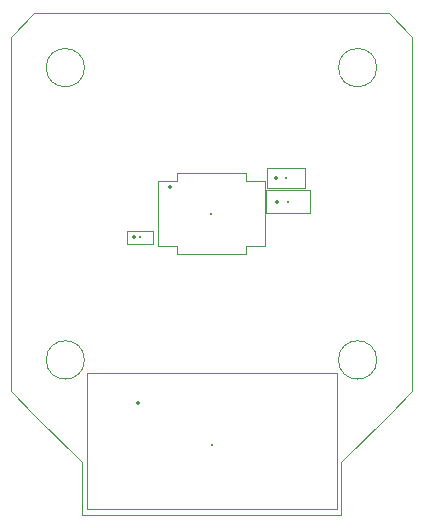
<source format=gbr>
%TF.GenerationSoftware,KiCad,Pcbnew,8.0.5*%
%TF.CreationDate,2024-10-29T13:28:27-07:00*%
%TF.ProjectId,ArmEncoderBoard,41726d45-6e63-46f6-9465-72426f617264,rev?*%
%TF.SameCoordinates,Original*%
%TF.FileFunction,Component,L1,Top*%
%TF.FilePolarity,Positive*%
%FSLAX46Y46*%
G04 Gerber Fmt 4.6, Leading zero omitted, Abs format (unit mm)*
G04 Created by KiCad (PCBNEW 8.0.5) date 2024-10-29 13:28:27*
%MOMM*%
%LPD*%
G01*
G04 APERTURE LIST*
%TA.AperFunction,ComponentMain*%
%ADD10C,0.300000*%
%TD*%
%TA.AperFunction,ComponentOutline,Courtyard*%
%ADD11C,0.100000*%
%TD*%
%TA.AperFunction,ComponentPin*%
%ADD12P,0.360000X4X0.000000*%
%TD*%
%TA.AperFunction,ComponentPin*%
%ADD13C,0.100000*%
%TD*%
%TA.AperFunction,Profile*%
%ADD14C,0.100000*%
%TD*%
G04 APERTURE END LIST*
D10*
%TO.C,J1*%
%TO.CFtp,CONN_S6B-XH-SM4-TB_JST*%
%TO.CVal,S6B-PH-SM4-TB*%
%TO.CLbN,JST-XH-6*%
%TO.CMnt,SMD*%
%TO.CRot,0*%
X138550000Y-101553800D03*
D11*
X149155698Y-95498100D02*
X149155698Y-107009797D01*
X127944302Y-107009797D01*
X127944302Y-95498100D01*
X149155698Y-95498100D01*
D12*
%TO.P,J1,1,1*%
X132300000Y-97999999D03*
D13*
%TO.P,J1,8*%
X147999999Y-104799999D03*
%TO.P,J1,7*%
X129100001Y-104799999D03*
%TO.P,J1,6,6*%
X144800000Y-97999999D03*
%TO.P,J1,5,5*%
X142300000Y-97999999D03*
%TO.P,J1,4,4*%
X139800000Y-97999999D03*
%TO.P,J1,3,3*%
X137300000Y-97999999D03*
%TO.P,J1,2,2*%
X134800000Y-97999999D03*
%TD*%
D10*
%TO.C,C1*%
%TO.CFtp,CAPC2012X70*%
%TO.CVal,CC0805KKX5R7BB106*%
%TO.CLbN,AS5045-3V3-REG-CAP*%
%TO.CMnt,SMD*%
%TO.CRot,0*%
X145000000Y-81000000D03*
D11*
X146872999Y-80017001D02*
X146872999Y-81982999D01*
X143127001Y-81982999D01*
X143127001Y-80017001D01*
X146872999Y-80017001D01*
D12*
%TO.P,C1,1*%
X144050000Y-81000000D03*
D13*
%TO.P,C1,2*%
X145950000Y-81000000D03*
%TD*%
D10*
%TO.C,C3*%
%TO.CFtp,YAG_CC0402_YAG*%
%TO.CVal,CC0402KRX7R7BB104*%
%TO.CLbN,AS5045-PROG-CAP*%
%TO.CMnt,SMD*%
%TO.CRot,0*%
X132453900Y-84000000D03*
D11*
X133584199Y-83466601D02*
X133584199Y-84533399D01*
X131323601Y-84533399D01*
X131323601Y-83466601D01*
X133584199Y-83466601D01*
D12*
%TO.P,C3,1*%
X131907800Y-84000000D03*
D13*
%TO.P,C3,2*%
X133000000Y-84000000D03*
%TD*%
D10*
%TO.C,C2*%
%TO.CFtp,CC0805N_YAG*%
%TO.CVal,CC0805KRX7R7BB104*%
%TO.CLbN,AS5045-DECOP-CAP*%
%TO.CMnt,SMD*%
%TO.CRot,0*%
X144825500Y-79000000D03*
D11*
X146438399Y-78136401D02*
X146438399Y-79863599D01*
X143212601Y-79863599D01*
X143212601Y-78136401D01*
X146438399Y-78136401D01*
D12*
%TO.P,C2,1*%
X144000000Y-79000000D03*
D13*
%TO.P,C2,2*%
X145651000Y-79000000D03*
%TD*%
D10*
%TO.C,ENC1*%
%TO.CFtp,SSOP16_AS5040-ASST_AMS*%
%TO.CVal,AS5045-ASST*%
%TO.CLbN,AS5045*%
%TO.CMnt,SMD*%
%TO.CRot,0*%
X138499000Y-82011400D03*
D11*
X141445399Y-78595101D02*
X141445399Y-79266501D01*
X143058599Y-79266501D01*
X143058599Y-84756299D01*
X141445399Y-84756299D01*
X141445399Y-85427699D01*
X135552601Y-85427699D01*
X135552601Y-84756299D01*
X133939401Y-84756299D01*
X133939401Y-79266501D01*
X135552601Y-79266501D01*
X135552601Y-78595101D01*
X141445399Y-78595101D01*
D12*
%TO.P,ENC1,1,MAGINCN*%
X135000000Y-79736401D03*
D13*
%TO.P,ENC1,2,MAGDECN*%
X135000000Y-80386399D03*
%TO.P,ENC1,3,A_LSB_U*%
X135000000Y-81036401D03*
%TO.P,ENC1,4,B_DIR_V*%
X135000000Y-81686399D03*
%TO.P,ENC1,5,NC*%
X135000000Y-82336398D03*
%TO.P,ENC1,6,INDEX_W*%
X135000000Y-82986399D03*
%TO.P,ENC1,7,VSS*%
X135000000Y-83636398D03*
%TO.P,ENC1,8,PROG*%
X135000000Y-84286399D03*
%TO.P,ENC1,9,DO*%
X141998000Y-84286399D03*
%TO.P,ENC1,10,CLK*%
X141998000Y-83636401D03*
%TO.P,ENC1,11,CSN*%
X141998000Y-82986399D03*
%TO.P,ENC1,12,PWM_LSB*%
X141998000Y-82336401D03*
%TO.P,ENC1,13,NC*%
X141998000Y-81686402D03*
%TO.P,ENC1,14,NC*%
X141998000Y-81036401D03*
%TO.P,ENC1,15,VDD3V3*%
X141998000Y-80386402D03*
%TO.P,ENC1,16,VDD5V*%
X141998000Y-79736401D03*
%TD*%
D14*
X149500000Y-107500000D02*
X149500000Y-103000000D01*
X127500000Y-107500000D02*
X149500000Y-107500000D01*
X127500000Y-103000000D02*
X127500000Y-107500000D01*
X149500000Y-103000000D02*
X153500000Y-99011400D01*
X123500000Y-99011400D02*
X127500000Y-103000000D01*
X152495369Y-94385769D02*
G75*
G02*
X149253369Y-94385769I-1621000J0D01*
G01*
X149253369Y-94385769D02*
G75*
G02*
X152495369Y-94385769I1621000J0D01*
G01*
X155500000Y-67011400D02*
X153500000Y-65011400D01*
X153500000Y-65011400D02*
X123500000Y-65011400D01*
X121500000Y-97011400D02*
X123500000Y-99011400D01*
X123500000Y-65011400D02*
X121500000Y-67011400D01*
X153500000Y-99011400D02*
X155500000Y-97011400D01*
X127746631Y-94385769D02*
G75*
G02*
X124504631Y-94385769I-1621000J0D01*
G01*
X124504631Y-94385769D02*
G75*
G02*
X127746631Y-94385769I1621000J0D01*
G01*
X155500000Y-97011400D02*
X155500000Y-67011400D01*
X127746631Y-69637031D02*
G75*
G02*
X124504631Y-69637031I-1621000J0D01*
G01*
X124504631Y-69637031D02*
G75*
G02*
X127746631Y-69637031I1621000J0D01*
G01*
X152495369Y-69637031D02*
G75*
G02*
X149253369Y-69637031I-1621000J0D01*
G01*
X149253369Y-69637031D02*
G75*
G02*
X152495369Y-69637031I1621000J0D01*
G01*
X121500000Y-67011400D02*
X121500000Y-97011400D01*
M02*

</source>
